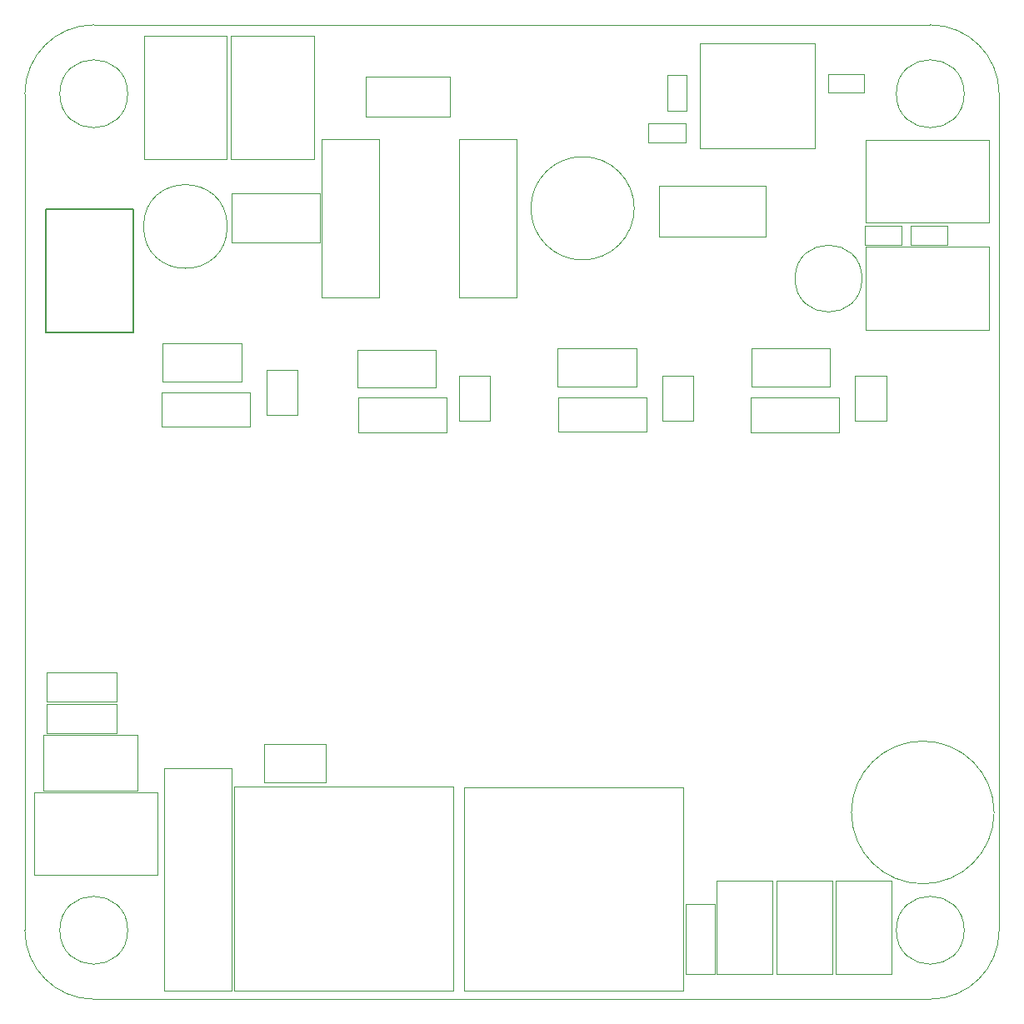
<source format=gbr>
G04 #@! TF.GenerationSoftware,KiCad,Pcbnew,7.0.7+dfsg-1*
G04 #@! TF.CreationDate,2024-09-08T18:38:53+02:00*
G04 #@! TF.ProjectId,evo-cube-pulseboard,65766f2d-6375-4626-952d-70756c736562,rev?*
G04 #@! TF.SameCoordinates,Original*
G04 #@! TF.FileFunction,Other,User*
%FSLAX46Y46*%
G04 Gerber Fmt 4.6, Leading zero omitted, Abs format (unit mm)*
G04 Created by KiCad (PCBNEW 7.0.7+dfsg-1) date 2024-09-08 18:38:53*
%MOMM*%
%LPD*%
G01*
G04 APERTURE LIST*
%ADD10C,0.050000*%
%ADD11C,0.152400*%
%ADD12C,0.100000*%
G04 #@! TA.AperFunction,Profile*
%ADD13C,0.100000*%
G04 #@! TD*
G04 APERTURE END LIST*
D10*
X64377550Y-61873000D02*
X56377550Y-61873000D01*
X64377550Y-58033000D02*
X64377550Y-61873000D01*
X56377550Y-61873000D02*
X56377550Y-58033000D01*
X56377550Y-58033000D02*
X64377550Y-58033000D01*
X92736800Y-114331400D02*
X89736800Y-114331400D01*
X89736800Y-114331400D02*
X89736800Y-121431400D01*
X92736800Y-121431400D02*
X92736800Y-114331400D01*
X89736800Y-121431400D02*
X92736800Y-121431400D01*
X43082000Y-38614000D02*
X43082000Y-26114000D01*
X43082000Y-26114000D02*
X34682000Y-26114000D01*
X34682000Y-38614000D02*
X43082000Y-38614000D01*
X34682000Y-26114000D02*
X34682000Y-38614000D01*
X102878000Y-37547200D02*
X91178000Y-37547200D01*
X102878000Y-26867200D02*
X102878000Y-37547200D01*
X91178000Y-37547200D02*
X91178000Y-26867200D01*
X91178000Y-26867200D02*
X102878000Y-26867200D01*
X106979600Y-65221200D02*
X106979600Y-60661200D01*
X110139600Y-65221200D02*
X106979600Y-65221200D01*
X106979600Y-60661200D02*
X110139600Y-60661200D01*
X110139600Y-60661200D02*
X110139600Y-65221200D01*
X53147800Y-102000600D02*
X46907800Y-102000600D01*
X53147800Y-98100600D02*
X53147800Y-102000600D01*
X46907800Y-102000600D02*
X46907800Y-98100600D01*
X46907800Y-98100600D02*
X53147800Y-98100600D01*
X33050000Y-117000000D02*
G75*
G03*
X33050000Y-117000000I-3450000J0D01*
G01*
X33050000Y-32000000D02*
G75*
G03*
X33050000Y-32000000I-3450000J0D01*
G01*
D11*
X33578800Y-43749600D02*
X24714200Y-43749600D01*
X24714200Y-43749600D02*
X24714200Y-56246400D01*
X33578800Y-56246400D02*
X33578800Y-43749600D01*
X24714200Y-56246400D02*
X33578800Y-56246400D01*
D10*
X44594350Y-61235200D02*
X36594350Y-61235200D01*
X44594350Y-57395200D02*
X44594350Y-61235200D01*
X36594350Y-61235200D02*
X36594350Y-57395200D01*
X36594350Y-57395200D02*
X44594350Y-57395200D01*
X87924600Y-33761800D02*
X87924600Y-30061800D01*
X89824600Y-33761800D02*
X87924600Y-33761800D01*
X87924600Y-30061800D02*
X89824600Y-30061800D01*
X89824600Y-30061800D02*
X89824600Y-33761800D01*
X111679600Y-47355800D02*
X107979600Y-47355800D01*
X111679600Y-45455800D02*
X111679600Y-47355800D01*
X107979600Y-47355800D02*
X107979600Y-45455800D01*
X107979600Y-45455800D02*
X111679600Y-45455800D01*
X65804000Y-34358800D02*
X65804000Y-30258800D01*
X65804000Y-30258800D02*
X57224000Y-30258800D01*
X57224000Y-34358800D02*
X65804000Y-34358800D01*
X57224000Y-30258800D02*
X57224000Y-34358800D01*
D12*
X67199000Y-102467766D02*
X89519000Y-102467766D01*
X67199000Y-123167766D02*
X67199000Y-102467766D01*
X89519000Y-102467766D02*
X89519000Y-123167766D01*
X89519000Y-123167766D02*
X67199000Y-123167766D01*
D10*
X43162800Y-45488800D02*
G75*
G03*
X43162800Y-45488800I-4250000J0D01*
G01*
X84518077Y-43637200D02*
G75*
G03*
X84518077Y-43637200I-5250000J0D01*
G01*
X31932600Y-96978600D02*
X31932600Y-93978600D01*
X31932600Y-93978600D02*
X24832600Y-93978600D01*
X24832600Y-96978600D02*
X31932600Y-96978600D01*
X24832600Y-93978600D02*
X24832600Y-96978600D01*
X104663200Y-111948000D02*
X98943200Y-111948000D01*
X98943200Y-111948000D02*
X98943200Y-121448000D01*
X104663200Y-121448000D02*
X104663200Y-111948000D01*
X98943200Y-121448000D02*
X104663200Y-121448000D01*
X36487950Y-62315000D02*
X45487950Y-62315000D01*
X36487950Y-65815000D02*
X36487950Y-62315000D01*
X45487950Y-62315000D02*
X45487950Y-65815000D01*
X45487950Y-65815000D02*
X36487950Y-65815000D01*
X34000400Y-102834400D02*
X34000400Y-97114400D01*
X34000400Y-97114400D02*
X24500400Y-97114400D01*
X24500400Y-102834400D02*
X34000400Y-102834400D01*
X24500400Y-97114400D02*
X24500400Y-102834400D01*
X56459750Y-62876600D02*
X65459750Y-62876600D01*
X56459750Y-66376600D02*
X56459750Y-62876600D01*
X65459750Y-62876600D02*
X65459750Y-66376600D01*
X65459750Y-66376600D02*
X56459750Y-66376600D01*
X87016000Y-41384000D02*
X97916000Y-41384000D01*
X87016000Y-46484000D02*
X87016000Y-41384000D01*
X97916000Y-41384000D02*
X97916000Y-46484000D01*
X97916000Y-46484000D02*
X87016000Y-46484000D01*
D12*
X43833288Y-102403766D02*
X66153288Y-102403766D01*
X43833288Y-123103766D02*
X43833288Y-102403766D01*
X66153288Y-102403766D02*
X66153288Y-123103766D01*
X66153288Y-123103766D02*
X43833288Y-123103766D01*
D10*
X36074000Y-102968000D02*
X23574000Y-102968000D01*
X23574000Y-102968000D02*
X23574000Y-111368000D01*
X36074000Y-111368000D02*
X36074000Y-102968000D01*
X23574000Y-111368000D02*
X36074000Y-111368000D01*
X87367400Y-65206500D02*
X87367400Y-60646500D01*
X90527400Y-65206500D02*
X87367400Y-65206500D01*
X87367400Y-60646500D02*
X90527400Y-60646500D01*
X90527400Y-60646500D02*
X90527400Y-65206500D01*
X96341150Y-62876600D02*
X105341150Y-62876600D01*
X96341150Y-66376600D02*
X96341150Y-62876600D01*
X105341150Y-62876600D02*
X105341150Y-66376600D01*
X105341150Y-66376600D02*
X96341150Y-66376600D01*
X52614200Y-47143800D02*
X52614200Y-42143800D01*
X52614200Y-42143800D02*
X43584200Y-42143800D01*
X43584200Y-47143800D02*
X52614200Y-47143800D01*
X43584200Y-42143800D02*
X43584200Y-47143800D01*
X89713200Y-36971800D02*
X85953200Y-36971800D01*
X89713200Y-35011800D02*
X89713200Y-36971800D01*
X85953200Y-36971800D02*
X85953200Y-35011800D01*
X85953200Y-35011800D02*
X89713200Y-35011800D01*
X51952000Y-38614000D02*
X51952000Y-26114000D01*
X51952000Y-26114000D02*
X43552000Y-26114000D01*
X43552000Y-38614000D02*
X51952000Y-38614000D01*
X43552000Y-26114000D02*
X43552000Y-38614000D01*
X98592600Y-111948000D02*
X92872600Y-111948000D01*
X92872600Y-111948000D02*
X92872600Y-121448000D01*
X98592600Y-121448000D02*
X98592600Y-111948000D01*
X92872600Y-121448000D02*
X98592600Y-121448000D01*
X66709600Y-65231900D02*
X66709600Y-60671900D01*
X69869600Y-65231900D02*
X66709600Y-65231900D01*
X66709600Y-60671900D02*
X69869600Y-60671900D01*
X69869600Y-60671900D02*
X69869600Y-65231900D01*
X76779750Y-62825800D02*
X85779750Y-62825800D01*
X76779750Y-66325800D02*
X76779750Y-62825800D01*
X85779750Y-62825800D02*
X85779750Y-66325800D01*
X85779750Y-66325800D02*
X76779750Y-66325800D01*
X108050000Y-45094000D02*
X120550000Y-45094000D01*
X120550000Y-45094000D02*
X120550000Y-36694000D01*
X108050000Y-36694000D02*
X108050000Y-45094000D01*
X120550000Y-36694000D02*
X108050000Y-36694000D01*
X118050000Y-32000000D02*
G75*
G03*
X118050000Y-32000000I-3450000J0D01*
G01*
X107667000Y-50780000D02*
G75*
G03*
X107667000Y-50780000I-3400000J0D01*
G01*
X121091872Y-105029000D02*
G75*
G03*
X121091872Y-105029000I-7250000J0D01*
G01*
X72604000Y-36588800D02*
X66754000Y-36588800D01*
X66754000Y-36588800D02*
X66754000Y-52698800D01*
X72604000Y-52698800D02*
X72604000Y-36588800D01*
X66754000Y-52698800D02*
X72604000Y-52698800D01*
X58634000Y-36588800D02*
X52784000Y-36588800D01*
X52784000Y-36588800D02*
X52784000Y-52698800D01*
X58634000Y-52698800D02*
X58634000Y-36588800D01*
X52784000Y-52698800D02*
X58634000Y-52698800D01*
X31947200Y-93803600D02*
X31947200Y-90803600D01*
X31947200Y-90803600D02*
X24847200Y-90803600D01*
X24847200Y-93803600D02*
X31947200Y-93803600D01*
X24847200Y-90803600D02*
X24847200Y-93803600D01*
X84748350Y-61720600D02*
X76748350Y-61720600D01*
X84748350Y-57880600D02*
X84748350Y-61720600D01*
X76748350Y-61720600D02*
X76748350Y-57880600D01*
X76748350Y-57880600D02*
X84748350Y-57880600D01*
X47162600Y-64659600D02*
X47162600Y-60099600D01*
X50322600Y-64659600D02*
X47162600Y-64659600D01*
X47162600Y-60099600D02*
X50322600Y-60099600D01*
X50322600Y-60099600D02*
X50322600Y-64659600D01*
X104204400Y-29987200D02*
X107904400Y-29987200D01*
X104204400Y-31887200D02*
X104204400Y-29987200D01*
X107904400Y-29987200D02*
X107904400Y-31887200D01*
X107904400Y-31887200D02*
X104204400Y-31887200D01*
X116302400Y-47355800D02*
X112602400Y-47355800D01*
X116302400Y-45455800D02*
X116302400Y-47355800D01*
X112602400Y-47355800D02*
X112602400Y-45455800D01*
X112602400Y-45455800D02*
X116302400Y-45455800D01*
D12*
X43598800Y-100572600D02*
X43598800Y-123142600D01*
X36768800Y-100572600D02*
X43598800Y-100572600D01*
X43598800Y-123142600D02*
X36768800Y-123142600D01*
X36768800Y-123142600D02*
X36768800Y-100572600D01*
D10*
X104411350Y-61720600D02*
X96411350Y-61720600D01*
X104411350Y-57880600D02*
X104411350Y-61720600D01*
X96411350Y-61720600D02*
X96411350Y-57880600D01*
X96411350Y-57880600D02*
X104411350Y-57880600D01*
X118050000Y-117000000D02*
G75*
G03*
X118050000Y-117000000I-3450000J0D01*
G01*
X110683000Y-111948000D02*
X104963000Y-111948000D01*
X104963000Y-111948000D02*
X104963000Y-121448000D01*
X110683000Y-121448000D02*
X110683000Y-111948000D01*
X104963000Y-121448000D02*
X110683000Y-121448000D01*
X108050000Y-55970600D02*
X120550000Y-55970600D01*
X120550000Y-55970600D02*
X120550000Y-47570600D01*
X108050000Y-47570600D02*
X108050000Y-55970600D01*
X120550000Y-47570600D02*
X108050000Y-47570600D01*
D13*
X121600000Y-67056000D02*
X121600000Y-117000000D01*
X22600000Y-117000000D02*
X22600000Y-32000000D01*
X29600000Y-25000000D02*
G75*
G03*
X22600000Y-32000000I0J-7000000D01*
G01*
X114600000Y-124000000D02*
G75*
G03*
X121600000Y-117000000I0J7000000D01*
G01*
X29600000Y-25000000D02*
X114600000Y-25000000D01*
X121600000Y-32000000D02*
X121600000Y-67056000D01*
X121600000Y-32000000D02*
G75*
G03*
X114600000Y-25000000I-7000000J0D01*
G01*
X22600000Y-117000000D02*
G75*
G03*
X29600000Y-124000000I7000000J0D01*
G01*
X114600000Y-124000000D02*
X29600000Y-124000000D01*
M02*

</source>
